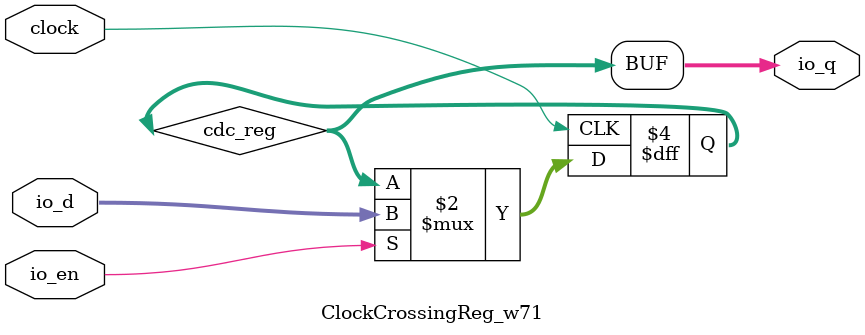
<source format=sv>
`ifndef RANDOMIZE
  `ifdef RANDOMIZE_MEM_INIT
    `define RANDOMIZE
  `endif // RANDOMIZE_MEM_INIT
`endif // not def RANDOMIZE
`ifndef RANDOMIZE
  `ifdef RANDOMIZE_REG_INIT
    `define RANDOMIZE
  `endif // RANDOMIZE_REG_INIT
`endif // not def RANDOMIZE

`ifndef RANDOM
  `define RANDOM $random
`endif // not def RANDOM

// Users can define INIT_RANDOM as general code that gets injected into the
// initializer block for modules with registers.
`ifndef INIT_RANDOM
  `define INIT_RANDOM
`endif // not def INIT_RANDOM

// If using random initialization, you can also define RANDOMIZE_DELAY to
// customize the delay used, otherwise 0.002 is used.
`ifndef RANDOMIZE_DELAY
  `define RANDOMIZE_DELAY 0.002
`endif // not def RANDOMIZE_DELAY

// Define INIT_RANDOM_PROLOG_ for use in our modules below.
`ifndef INIT_RANDOM_PROLOG_
  `ifdef RANDOMIZE
    `ifdef VERILATOR
      `define INIT_RANDOM_PROLOG_ `INIT_RANDOM
    `else  // VERILATOR
      `define INIT_RANDOM_PROLOG_ `INIT_RANDOM #`RANDOMIZE_DELAY begin end
    `endif // VERILATOR
  `else  // RANDOMIZE
    `define INIT_RANDOM_PROLOG_
  `endif // RANDOMIZE
`endif // not def INIT_RANDOM_PROLOG_

// Include register initializers in init blocks unless synthesis is set
`ifndef SYNTHESIS
  `ifndef ENABLE_INITIAL_REG_
    `define ENABLE_INITIAL_REG_
  `endif // not def ENABLE_INITIAL_REG_
`endif // not def SYNTHESIS

// Include rmemory initializers in init blocks unless synthesis is set
`ifndef SYNTHESIS
  `ifndef ENABLE_INITIAL_MEM_
    `define ENABLE_INITIAL_MEM_
  `endif // not def ENABLE_INITIAL_MEM_
`endif // not def SYNTHESIS

// Standard header to adapt well known macros for prints and assertions.

// Users can define 'PRINTF_COND' to add an extra gate to prints.
`ifndef PRINTF_COND_
  `ifdef PRINTF_COND
    `define PRINTF_COND_ (`PRINTF_COND)
  `else  // PRINTF_COND
    `define PRINTF_COND_ 1
  `endif // PRINTF_COND
`endif // not def PRINTF_COND_

// Users can define 'ASSERT_VERBOSE_COND' to add an extra gate to assert error printing.
`ifndef ASSERT_VERBOSE_COND_
  `ifdef ASSERT_VERBOSE_COND
    `define ASSERT_VERBOSE_COND_ (`ASSERT_VERBOSE_COND)
  `else  // ASSERT_VERBOSE_COND
    `define ASSERT_VERBOSE_COND_ 1
  `endif // ASSERT_VERBOSE_COND
`endif // not def ASSERT_VERBOSE_COND_

// Users can define 'STOP_COND' to add an extra gate to stop conditions.
`ifndef STOP_COND_
  `ifdef STOP_COND
    `define STOP_COND_ (`STOP_COND)
  `else  // STOP_COND
    `define STOP_COND_ 1
  `endif // STOP_COND
`endif // not def STOP_COND_

module ClockCrossingReg_w71(
  input         clock,
  input  [70:0] io_d,	// @[generators/rocket-chip/src/main/scala/util/SynchronizerReg.scala:195:14]
  output [70:0] io_q,	// @[generators/rocket-chip/src/main/scala/util/SynchronizerReg.scala:195:14]
  input         io_en	// @[generators/rocket-chip/src/main/scala/util/SynchronizerReg.scala:195:14]
);

  reg [70:0] cdc_reg;	// @[generators/rocket-chip/src/main/scala/util/SynchronizerReg.scala:201:76]
  always @(posedge clock) begin
    if (io_en)	// @[generators/rocket-chip/src/main/scala/util/SynchronizerReg.scala:195:14]
      cdc_reg <= io_d;	// @[generators/rocket-chip/src/main/scala/util/SynchronizerReg.scala:201:76]
  end // always @(posedge)
  `ifdef ENABLE_INITIAL_REG_
    `ifdef FIRRTL_BEFORE_INITIAL
      `FIRRTL_BEFORE_INITIAL
    `endif // FIRRTL_BEFORE_INITIAL
    logic [31:0] _RANDOM[0:2];
    initial begin
      `ifdef INIT_RANDOM_PROLOG_
        `INIT_RANDOM_PROLOG_
      `endif // INIT_RANDOM_PROLOG_
      `ifdef RANDOMIZE_REG_INIT
        for (logic [1:0] i = 2'h0; i < 2'h3; i += 2'h1) begin
          _RANDOM[i] = `RANDOM;
        end
        cdc_reg = {_RANDOM[2'h0], _RANDOM[2'h1], _RANDOM[2'h2][6:0]};	// @[generators/rocket-chip/src/main/scala/util/SynchronizerReg.scala:201:76]
      `endif // RANDOMIZE_REG_INIT
    end // initial
    `ifdef FIRRTL_AFTER_INITIAL
      `FIRRTL_AFTER_INITIAL
    `endif // FIRRTL_AFTER_INITIAL
  `endif // ENABLE_INITIAL_REG_
  assign io_q = cdc_reg;	// @[generators/rocket-chip/src/main/scala/util/SynchronizerReg.scala:201:76]
endmodule


</source>
